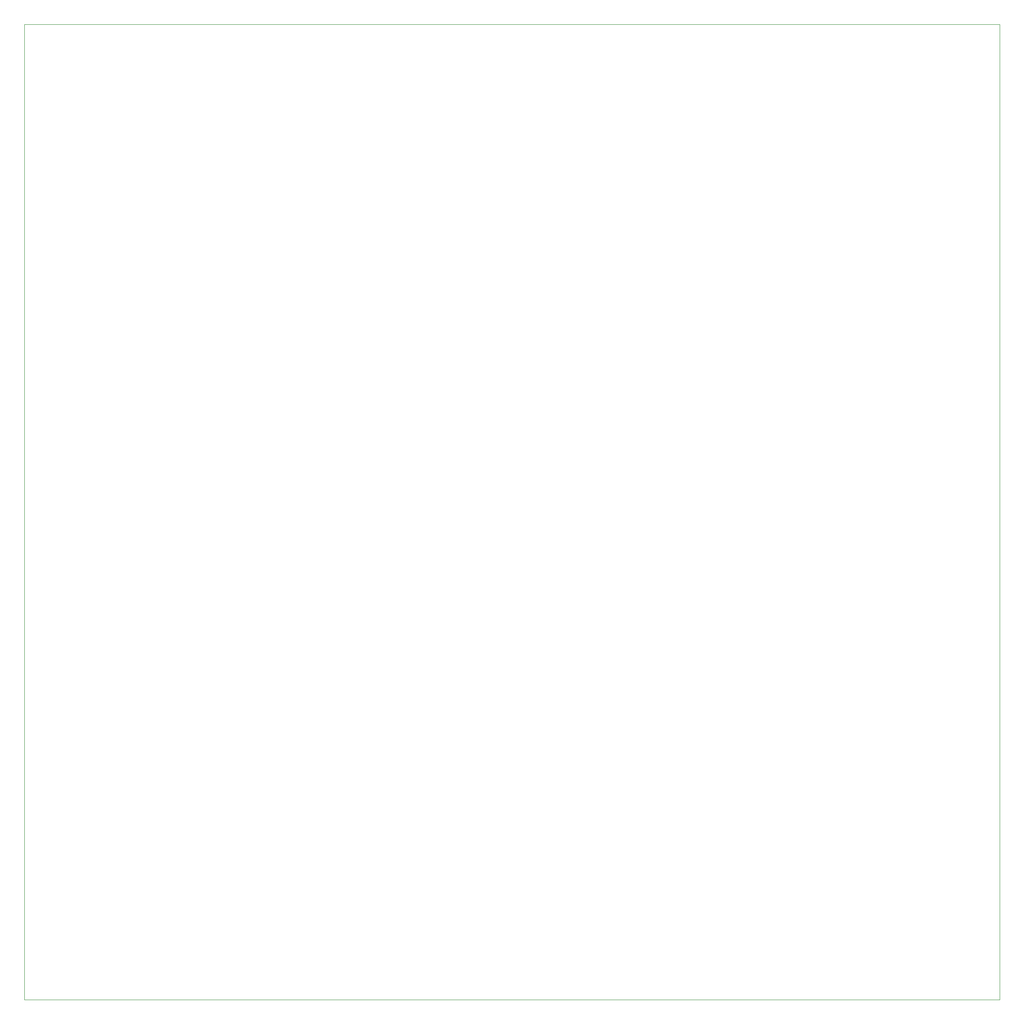
<source format=gbr>
G04 #@! TF.GenerationSoftware,KiCad,Pcbnew,(5.1.9-0-10_14)*
G04 #@! TF.CreationDate,2021-05-26T15:55:07+10:00*
G04 #@! TF.ProjectId,multiplexer,6d756c74-6970-46c6-9578-65722e6b6963,rev?*
G04 #@! TF.SameCoordinates,Original*
G04 #@! TF.FileFunction,Profile,NP*
%FSLAX46Y46*%
G04 Gerber Fmt 4.6, Leading zero omitted, Abs format (unit mm)*
G04 Created by KiCad (PCBNEW (5.1.9-0-10_14)) date 2021-05-26 15:55:07*
%MOMM*%
%LPD*%
G01*
G04 APERTURE LIST*
G04 #@! TA.AperFunction,Profile*
%ADD10C,0.050000*%
G04 #@! TD*
G04 APERTURE END LIST*
D10*
X90000000Y-205000000D02*
X90000000Y-15000000D01*
X95000000Y-205000000D02*
X90000000Y-205000000D01*
X280000000Y-205000000D02*
X95000000Y-205000000D01*
X280000000Y-15000000D02*
X280000000Y-205000000D01*
X90000000Y-15000000D02*
X280000000Y-15000000D01*
M02*

</source>
